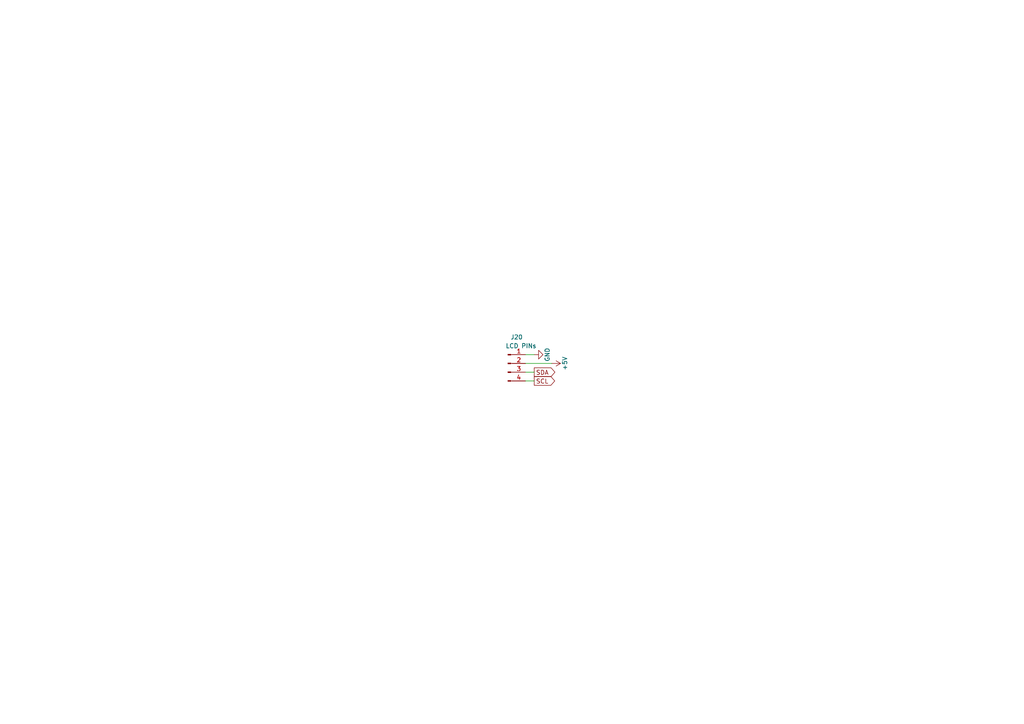
<source format=kicad_sch>
(kicad_sch (version 20211123) (generator eeschema)
  (paper "A4")
  (lib_symbols
    (symbol "Connector:Conn_01x04_Male" (pin_names (offset 1.016) hide)
      (property "Reference" "J" (at 0 5.08 0))
      (property "Value" "Conn_01x04_Male" (at 0 -7.62 0))
      (symbol "Conn_01x04_Male_1_1"
        (polyline (pts (xy 1.27 -5.08) (xy 0.8636 -5.08)) (stroke (width 0.1524)))
        (polyline (pts (xy 1.27 -2.54) (xy 0.8636 -2.54)) (stroke (width 0.1524)))
        (polyline (pts (xy 1.27 0) (xy 0.8636 0)) (stroke (width 0.1524)))
        (polyline (pts (xy 1.27 2.54) (xy 0.8636 2.54)) (stroke (width 0.1524)))
        (rectangle (start 0.8636 -4.953) (end 0 -5.207) (stroke (width 0.1524)) (fill (type outline)))
        (rectangle (start 0.8636 -2.413) (end 0 -2.667) (stroke (width 0.1524)) (fill (type outline)))
        (rectangle (start 0.8636 0.127) (end 0 -0.127) (stroke (width 0.1524)) (fill (type outline)))
        (rectangle (start 0.8636 2.667) (end 0 2.413) (stroke (width 0.1524)) (fill (type outline)))
        (pin passive line (at 5.08 2.54 180) (length 3.81) (name "Pin_1") (number "1"))
        (pin passive line (at 5.08 0 180) (length 3.81) (name "Pin_2") (number "2"))
        (pin passive line (at 5.08 -2.54 180) (length 3.81) (name "Pin_3") (number "3"))
        (pin passive line (at 5.08 -5.08 180) (length 3.81) (name "Pin_4") (number "4"))
      )
    )
    (symbol "power:+5V" (power) (pin_names (offset 0))
      (property "Value" "+5V" (at 0 3.556 0))
      (symbol "+5V_0_1"
        (polyline (pts (xy -0.762 1.27) (xy 0 2.54)))
        (polyline (pts (xy 0 0) (xy 0 2.54)))
        (polyline (pts (xy 0 2.54) (xy 0.762 1.27)))
      )
      (symbol "+5V_1_1"
        (pin power_in line (at 0 0 90) (length 0) hide (name "+5V") (number "1"))
      )
    )
    (symbol "power:GND" (power) (pin_names (offset 0))
      (property "Value" "GND" (at 0 -3.81 0))
      (symbol "GND_0_1"
        (polyline (pts (xy 0 0) (xy 0 -1.27) (xy 1.27 -1.27) (xy 0 -2.54) (xy -1.27 -1.27) (xy 0 -1.27)))
      )
      (symbol "GND_1_1"
        (pin power_in line (at 0 0 270) (length 0) hide (name "GND") (number "1"))
      )
    )
  )
  (wire (pts (xy 152.4 110.49) (xy 154.94 110.49)))
  (wire (pts (xy 152.4 102.87) (xy 154.94 102.87)))
  (wire (pts (xy 152.4 107.95) (xy 154.94 107.95)))
  (wire (pts (xy 152.4 105.41) (xy 160.02 105.41)))
  (global_label "SCL" (shape output) (at 154.94 110.49 0) (property "Intersheet References" "${INTERSHEET_REFS}" (effects hide)))
  (global_label "SDA" (shape output) (at 154.94 107.95 0) (property "Intersheet References" "${INTERSHEET_REFS}" (effects hide)))
  (symbol (lib_id "Connector:Conn_01x04_Male") (at 147.32 105.41 0) (unit 1)
    (property "Reference" "J20" (at 149.86 97.79 0))
    (property "Value" "LCD PINs" (at 151.13 100.33 0))
    (property "Footprint" "Connector_PinHeader_2.54mm:PinHeader_1x04_P2.54mm_Vertical" (effects hide))
  )
  (symbol (lib_id "power:+5V") (at 160.02 105.41 270) (mirror x) (unit 1)
    (property "Reference" "#PWR0155" (effects hide))
    (property "Value" "+5V" (at 163.83 105.41 0))
  )
  (symbol (lib_id "power:GND") (at 154.94 102.87 90) (unit 1)
    (property "Reference" "#PWR0156" (effects hide))
    (property "Value" "GND" (at 158.75 102.87 0))
  )
)
</source>
